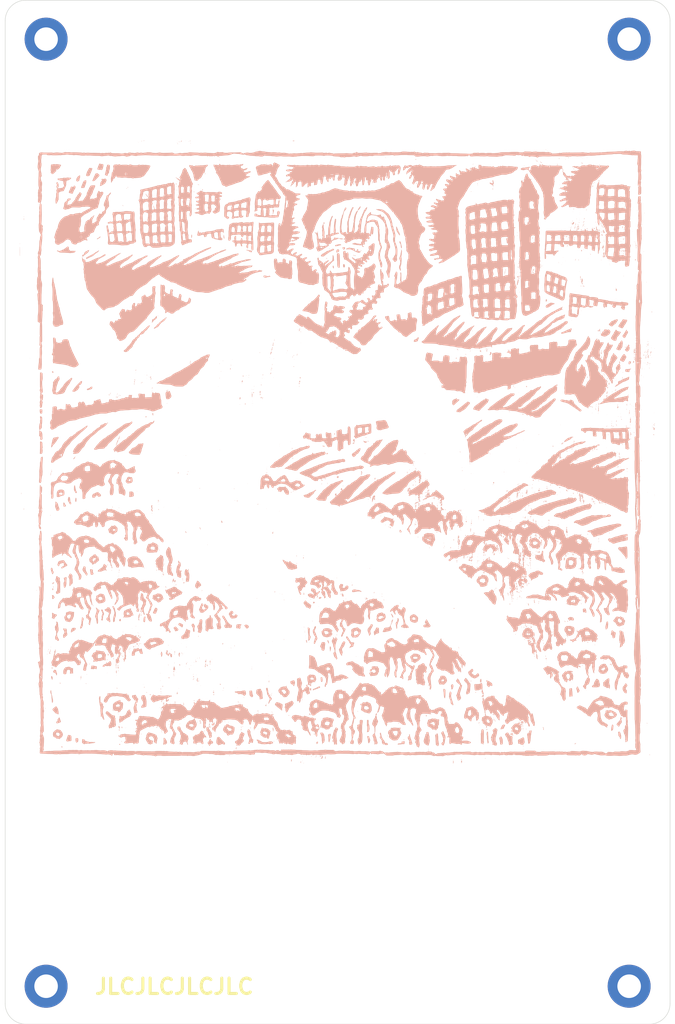
<source format=kicad_pcb>
(kicad_pcb (version 20171130) (host pcbnew "(5.1.2)-2")
  (layers (0 F.Cu signal) (31 B.Cu signal hide) (34 B.Paste user) (35 F.Paste user) (36 B.SilkS user) (37 F.SilkS user) (38 B.Mask user) (39 F.Mask user) (44 Edge.Cuts user))
  (net 0 "")
  (module project:back_silk (layer B.Cu) (at 64.59 77.33 180)
    (fp_text reference G*** hide)
    (fp_text value LOGO hide)
  )
  (module kbd:M2_Hole_TH (layer F.Cu) (at 93 129.3)
    (fp_text reference REF** hide)
    (fp_text value M2_Hole_TH hide)
    (pad "" np_thru_hole circle (at 0 0) (size 4.2 4.2) (drill 2.3) (layers *.Cu *.Mask))
  )
  (module kbd:M2_Hole_TH (layer F.Cu) (at 36 129.3)
    (fp_text reference REF** hide)
    (fp_text value M2_Hole_TH)
    (pad "" thru_hole circle (at 0 0) (size 4.2 4.2) (drill 2.3) (layers *.Cu *.Mask))
  )
  (module kbd:M2_Hole_TH (layer F.Cu) (at 93 36.8)
    (fp_text reference REF** hide)
    (fp_text value M2_Hole_TH)
    (pad "" thru_hole circle (at 0 0) (size 4.2 4.2) (drill 2.3) (layers *.Cu *.Mask))
  )
  (module kbd:M2_Hole_TH (layer F.Cu) (at 36 36.8)
    (fp_text reference REF** hide)
    (fp_text value M2_Hole_TH)
    (pad "" thru_hole circle (at 0 0) (size 4.2 4.2) (drill 2.3) (layers *.Cu *.Mask))
  )
  (gr_text JLCJLCJLCJLC (at 48.53 129.33) (layer F.SilkS) (effects (font (size 1.5 1.5) (thickness 0.3))))
  (gr_arc (start 34 131) (end 32 131) (angle -90) (layer Edge.Cuts) (width 0.05))
  (gr_arc (start 95 131) (end 95 133) (angle -90) (layer Edge.Cuts) (width 0.05))
  (gr_arc (start 95 35) (end 97 35) (angle -90) (layer Edge.Cuts) (width 0.05))
  (gr_arc (start 34 35) (end 34 33) (angle -90) (layer Edge.Cuts) (width 0.05))
  (gr_line (start 32 131) (end 32 35) (layer Edge.Cuts) (width 0.05))
  (gr_line (start 95 133) (end 34 133) (layer Edge.Cuts) (width 0.05))
  (gr_line (start 97 35) (end 97 131) (layer Edge.Cuts) (width 0.05))
  (gr_line (start 34 33) (end 95 33) (layer Edge.Cuts) (width 0.05))
)
</source>
